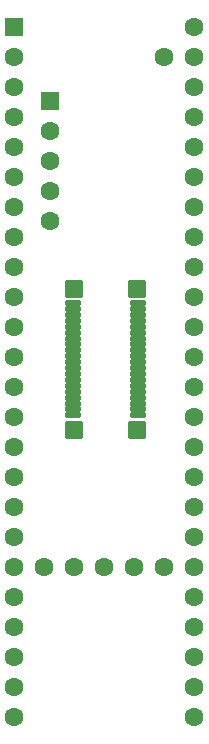
<source format=gbs>
%TF.GenerationSoftware,KiCad,Pcbnew,(6.0.2)*%
%TF.CreationDate,2022-04-24T21:41:02-05:00*%
%TF.ProjectId,thinkpad-teensy-keyboard,7468696e-6b70-4616-942d-7465656e7379,v1.0.0*%
%TF.SameCoordinates,Original*%
%TF.FileFunction,Soldermask,Bot*%
%TF.FilePolarity,Negative*%
%FSLAX46Y46*%
G04 Gerber Fmt 4.6, Leading zero omitted, Abs format (unit mm)*
G04 Created by KiCad (PCBNEW (6.0.2)) date 2022-04-24 21:41:02*
%MOMM*%
%LPD*%
G01*
G04 APERTURE LIST*
G04 Aperture macros list*
%AMRoundRect*
0 Rectangle with rounded corners*
0 $1 Rounding radius*
0 $2 $3 $4 $5 $6 $7 $8 $9 X,Y pos of 4 corners*
0 Add a 4 corners polygon primitive as box body*
4,1,4,$2,$3,$4,$5,$6,$7,$8,$9,$2,$3,0*
0 Add four circle primitives for the rounded corners*
1,1,$1+$1,$2,$3*
1,1,$1+$1,$4,$5*
1,1,$1+$1,$6,$7*
1,1,$1+$1,$8,$9*
0 Add four rect primitives between the rounded corners*
20,1,$1+$1,$2,$3,$4,$5,0*
20,1,$1+$1,$4,$5,$6,$7,0*
20,1,$1+$1,$6,$7,$8,$9,0*
20,1,$1+$1,$8,$9,$2,$3,0*%
G04 Aperture macros list end*
%ADD10R,1.600000X1.600000*%
%ADD11C,1.600000*%
%ADD12RoundRect,0.101600X-0.550000X-0.150000X0.550000X-0.150000X0.550000X0.150000X-0.550000X0.150000X0*%
%ADD13RoundRect,0.101600X-0.660000X-0.650000X0.660000X-0.650000X0.660000X0.650000X-0.660000X0.650000X0*%
%ADD14RoundRect,0.101600X0.660000X0.650000X-0.660000X0.650000X-0.660000X-0.650000X0.660000X-0.650000X0*%
G04 APERTURE END LIST*
D10*
%TO.C,U1*%
X112374433Y-48981466D03*
D11*
X112374433Y-51521466D03*
X112374433Y-54061466D03*
X112374433Y-56601466D03*
X112374433Y-59141466D03*
X112374433Y-61681466D03*
X112374433Y-64221466D03*
X112374433Y-66761466D03*
X112374433Y-69301466D03*
X112374433Y-71841466D03*
X112374433Y-74381466D03*
X112374433Y-76921466D03*
X112374433Y-79461466D03*
X112374433Y-82001466D03*
X112374433Y-84541466D03*
X112374433Y-87081466D03*
X112374433Y-89621466D03*
X112374433Y-92161466D03*
X112374433Y-94701466D03*
X112374433Y-97241466D03*
X112374433Y-99781466D03*
X112374433Y-102321466D03*
X112374433Y-104861466D03*
X112374433Y-107401466D03*
X127614433Y-107401466D03*
X127614433Y-104861466D03*
X127614433Y-102321466D03*
X127614433Y-99781466D03*
X127614433Y-97241466D03*
X127614433Y-94701466D03*
X127614433Y-92161466D03*
X127614433Y-89621466D03*
X127614433Y-87081466D03*
X127614433Y-84541466D03*
X127614433Y-82001466D03*
X127614433Y-79461466D03*
X127614433Y-76921466D03*
X127614433Y-74381466D03*
X127614433Y-71841466D03*
X127614433Y-69301466D03*
X127614433Y-66761466D03*
X127614433Y-64221466D03*
X127614433Y-61681466D03*
X127614433Y-59141466D03*
X127614433Y-56601466D03*
X127614433Y-54061466D03*
X127614433Y-51521466D03*
X127614433Y-48981466D03*
X125074433Y-51521466D03*
X114914433Y-94701466D03*
X117454433Y-94701466D03*
X119994433Y-94701466D03*
X122534433Y-94701466D03*
X125074433Y-94701466D03*
D10*
X115425233Y-55280666D03*
D11*
X115425233Y-57820666D03*
X115425233Y-60360666D03*
X115425233Y-62900666D03*
X115425233Y-65440666D03*
%TD*%
D12*
%TO.C,J2*%
X122844433Y-81875466D03*
X117344433Y-81875466D03*
X122844433Y-81375466D03*
X117344433Y-81375466D03*
X122844433Y-80875466D03*
X117344433Y-80875466D03*
X122844433Y-80375466D03*
X117344433Y-80375466D03*
X122844433Y-79875466D03*
X117344433Y-79875466D03*
X122844433Y-79375466D03*
X117344433Y-79375466D03*
X122844433Y-78875466D03*
X117344433Y-78875466D03*
X122844433Y-78375466D03*
X117344433Y-78375466D03*
X122844433Y-77875466D03*
X117344433Y-77875466D03*
X122844433Y-77375466D03*
X117344433Y-77375466D03*
X122844433Y-76875466D03*
X117344433Y-76875466D03*
X122844433Y-76375466D03*
X117344433Y-76375466D03*
X122844433Y-75875466D03*
X117344433Y-75875466D03*
X122844433Y-75375466D03*
X117344433Y-75375466D03*
X122844433Y-74875466D03*
X117344433Y-74875466D03*
X122844433Y-74375466D03*
X117344433Y-74375466D03*
X122844433Y-73875466D03*
X117344433Y-73875466D03*
X122844433Y-73375466D03*
X117344433Y-73375466D03*
X122844433Y-72875466D03*
X117344433Y-72875466D03*
X122844433Y-72375466D03*
X117344433Y-72375466D03*
D13*
X122734433Y-83075466D03*
X117454433Y-83075466D03*
D14*
X122734433Y-71175466D03*
D13*
X117454433Y-71175466D03*
%TD*%
M02*

</source>
